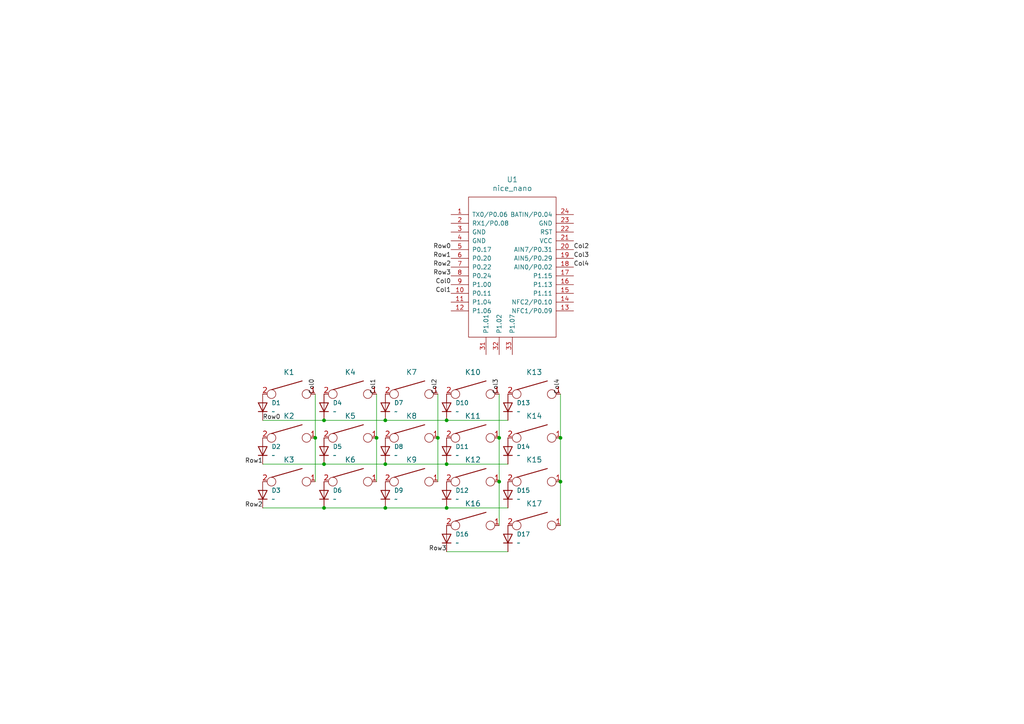
<source format=kicad_sch>
(kicad_sch
	(version 20250114)
	(generator "eeschema")
	(generator_version "9.0")
	(uuid "668da7a4-baf3-4289-83b2-c72efd52f704")
	(paper "A4")
	(lib_symbols
		(symbol "Device:D"
			(pin_numbers
				(hide yes)
			)
			(pin_names
				(offset 1.016)
				(hide yes)
			)
			(exclude_from_sim no)
			(in_bom yes)
			(on_board yes)
			(property "Reference" "D"
				(at 0 2.54 0)
				(effects
					(font
						(size 1.27 1.27)
					)
				)
			)
			(property "Value" "D"
				(at 0 -2.54 0)
				(effects
					(font
						(size 1.27 1.27)
					)
				)
			)
			(property "Footprint" ""
				(at 0 0 0)
				(effects
					(font
						(size 1.27 1.27)
					)
					(hide yes)
				)
			)
			(property "Datasheet" "~"
				(at 0 0 0)
				(effects
					(font
						(size 1.27 1.27)
					)
					(hide yes)
				)
			)
			(property "Description" "Diode"
				(at 0 0 0)
				(effects
					(font
						(size 1.27 1.27)
					)
					(hide yes)
				)
			)
			(property "Sim.Device" "D"
				(at 0 0 0)
				(effects
					(font
						(size 1.27 1.27)
					)
					(hide yes)
				)
			)
			(property "Sim.Pins" "1=K 2=A"
				(at 0 0 0)
				(effects
					(font
						(size 1.27 1.27)
					)
					(hide yes)
				)
			)
			(property "ki_keywords" "diode"
				(at 0 0 0)
				(effects
					(font
						(size 1.27 1.27)
					)
					(hide yes)
				)
			)
			(property "ki_fp_filters" "TO-???* *_Diode_* *SingleDiode* D_*"
				(at 0 0 0)
				(effects
					(font
						(size 1.27 1.27)
					)
					(hide yes)
				)
			)
			(symbol "D_0_1"
				(polyline
					(pts
						(xy -1.27 1.27) (xy -1.27 -1.27)
					)
					(stroke
						(width 0.254)
						(type default)
					)
					(fill
						(type none)
					)
				)
				(polyline
					(pts
						(xy 1.27 1.27) (xy 1.27 -1.27) (xy -1.27 0) (xy 1.27 1.27)
					)
					(stroke
						(width 0.254)
						(type default)
					)
					(fill
						(type none)
					)
				)
				(polyline
					(pts
						(xy 1.27 0) (xy -1.27 0)
					)
					(stroke
						(width 0)
						(type default)
					)
					(fill
						(type none)
					)
				)
			)
			(symbol "D_1_1"
				(pin passive line
					(at -3.81 0 0)
					(length 2.54)
					(name "K"
						(effects
							(font
								(size 1.27 1.27)
							)
						)
					)
					(number "1"
						(effects
							(font
								(size 1.27 1.27)
							)
						)
					)
				)
				(pin passive line
					(at 3.81 0 180)
					(length 2.54)
					(name "A"
						(effects
							(font
								(size 1.27 1.27)
							)
						)
					)
					(number "2"
						(effects
							(font
								(size 1.27 1.27)
							)
						)
					)
				)
			)
			(embedded_fonts no)
		)
		(symbol "keyboard_parts:KEYSW"
			(pin_names
				(offset 1.016)
			)
			(exclude_from_sim no)
			(in_bom yes)
			(on_board yes)
			(property "Reference" "K?"
				(at -1.27 0 0)
				(effects
					(font
						(size 1.524 1.524)
					)
				)
			)
			(property "Value" "KEYSW"
				(at 0 -2.54 0)
				(effects
					(font
						(size 1.524 1.524)
					)
					(hide yes)
				)
			)
			(property "Footprint" ""
				(at 0 0 0)
				(effects
					(font
						(size 1.524 1.524)
					)
				)
			)
			(property "Datasheet" ""
				(at 0 0 0)
				(effects
					(font
						(size 1.524 1.524)
					)
				)
			)
			(property "Description" ""
				(at 0 0 0)
				(effects
					(font
						(size 1.27 1.27)
					)
					(hide yes)
				)
			)
			(symbol "KEYSW_0_1"
				(polyline
					(pts
						(xy -5.08 1.27) (xy 3.81 3.81)
					)
					(stroke
						(width 0.254)
						(type solid)
					)
					(fill
						(type none)
					)
				)
				(circle
					(center -5.08 0)
					(radius 1.27)
					(stroke
						(width 0)
						(type solid)
					)
					(fill
						(type none)
					)
				)
				(circle
					(center 5.08 0)
					(radius 1.27)
					(stroke
						(width 0)
						(type solid)
					)
					(fill
						(type none)
					)
				)
			)
			(symbol "KEYSW_1_1"
				(pin passive line
					(at -7.62 0 0)
					(length 1.27)
					(name "~"
						(effects
							(font
								(size 1.524 1.524)
							)
						)
					)
					(number "2"
						(effects
							(font
								(size 1.524 1.524)
							)
						)
					)
				)
				(pin passive line
					(at 7.62 0 180)
					(length 1.27)
					(name "~"
						(effects
							(font
								(size 1.524 1.524)
							)
						)
					)
					(number "1"
						(effects
							(font
								(size 1.524 1.524)
							)
						)
					)
				)
			)
			(embedded_fonts no)
		)
		(symbol "nice_nano:nice_nano"
			(pin_names
				(offset 1.016)
			)
			(exclude_from_sim no)
			(in_bom yes)
			(on_board yes)
			(property "Reference" "U"
				(at 0 0 0)
				(effects
					(font
						(size 1.524 1.524)
					)
				)
			)
			(property "Value" "nice_nano"
				(at 0 2.54 0)
				(effects
					(font
						(size 1.524 1.524)
					)
				)
			)
			(property "Footprint" ""
				(at 26.67 -63.5 90)
				(effects
					(font
						(size 1.524 1.524)
					)
					(hide yes)
				)
			)
			(property "Datasheet" ""
				(at 26.67 -63.5 90)
				(effects
					(font
						(size 1.524 1.524)
					)
					(hide yes)
				)
			)
			(property "Description" ""
				(at 0 0 0)
				(effects
					(font
						(size 1.27 1.27)
					)
					(hide yes)
				)
			)
			(symbol "nice_nano_0_1"
				(rectangle
					(start -12.7 -21.59)
					(end 12.7 19.05)
					(stroke
						(width 0)
						(type solid)
					)
					(fill
						(type none)
					)
				)
			)
			(symbol "nice_nano_1_1"
				(pin input line
					(at -17.78 13.97 0)
					(length 5.08)
					(name "TX0/P0.06"
						(effects
							(font
								(size 1.27 1.27)
							)
						)
					)
					(number "1"
						(effects
							(font
								(size 1.27 1.27)
							)
						)
					)
				)
				(pin input line
					(at -17.78 11.43 0)
					(length 5.08)
					(name "RX1/P0.08"
						(effects
							(font
								(size 1.27 1.27)
							)
						)
					)
					(number "2"
						(effects
							(font
								(size 1.27 1.27)
							)
						)
					)
				)
				(pin input line
					(at -17.78 8.89 0)
					(length 5.08)
					(name "GND"
						(effects
							(font
								(size 1.27 1.27)
							)
						)
					)
					(number "3"
						(effects
							(font
								(size 1.27 1.27)
							)
						)
					)
				)
				(pin input line
					(at -17.78 6.35 0)
					(length 5.08)
					(name "GND"
						(effects
							(font
								(size 1.27 1.27)
							)
						)
					)
					(number "4"
						(effects
							(font
								(size 1.27 1.27)
							)
						)
					)
				)
				(pin input line
					(at -17.78 3.81 0)
					(length 5.08)
					(name "P0.17"
						(effects
							(font
								(size 1.27 1.27)
							)
						)
					)
					(number "5"
						(effects
							(font
								(size 1.27 1.27)
							)
						)
					)
				)
				(pin input line
					(at -17.78 1.27 0)
					(length 5.08)
					(name "P0.20"
						(effects
							(font
								(size 1.27 1.27)
							)
						)
					)
					(number "6"
						(effects
							(font
								(size 1.27 1.27)
							)
						)
					)
				)
				(pin input line
					(at -17.78 -1.27 0)
					(length 5.08)
					(name "P0.22"
						(effects
							(font
								(size 1.27 1.27)
							)
						)
					)
					(number "7"
						(effects
							(font
								(size 1.27 1.27)
							)
						)
					)
				)
				(pin input line
					(at -17.78 -3.81 0)
					(length 5.08)
					(name "P0.24"
						(effects
							(font
								(size 1.27 1.27)
							)
						)
					)
					(number "8"
						(effects
							(font
								(size 1.27 1.27)
							)
						)
					)
				)
				(pin input line
					(at -17.78 -6.35 0)
					(length 5.08)
					(name "P1.00"
						(effects
							(font
								(size 1.27 1.27)
							)
						)
					)
					(number "9"
						(effects
							(font
								(size 1.27 1.27)
							)
						)
					)
				)
				(pin input line
					(at -17.78 -8.89 0)
					(length 5.08)
					(name "P0.11"
						(effects
							(font
								(size 1.27 1.27)
							)
						)
					)
					(number "10"
						(effects
							(font
								(size 1.27 1.27)
							)
						)
					)
				)
				(pin input line
					(at -17.78 -11.43 0)
					(length 5.08)
					(name "P1.04"
						(effects
							(font
								(size 1.27 1.27)
							)
						)
					)
					(number "11"
						(effects
							(font
								(size 1.27 1.27)
							)
						)
					)
				)
				(pin input line
					(at -17.78 -13.97 0)
					(length 5.08)
					(name "P1.06"
						(effects
							(font
								(size 1.27 1.27)
							)
						)
					)
					(number "12"
						(effects
							(font
								(size 1.27 1.27)
							)
						)
					)
				)
				(pin input line
					(at -7.62 -26.67 90)
					(length 5.08)
					(name "P1.01"
						(effects
							(font
								(size 1.27 1.27)
							)
						)
					)
					(number "31"
						(effects
							(font
								(size 1.27 1.27)
							)
						)
					)
				)
				(pin input line
					(at -3.81 -26.67 90)
					(length 5.08)
					(name "P1.02"
						(effects
							(font
								(size 1.27 1.27)
							)
						)
					)
					(number "32"
						(effects
							(font
								(size 1.27 1.27)
							)
						)
					)
				)
				(pin input line
					(at 0 -26.67 90)
					(length 5.08)
					(name "P1.07"
						(effects
							(font
								(size 1.27 1.27)
							)
						)
					)
					(number "33"
						(effects
							(font
								(size 1.27 1.27)
							)
						)
					)
				)
				(pin input line
					(at 17.78 13.97 180)
					(length 5.08)
					(name "BATIN/P0.04"
						(effects
							(font
								(size 1.27 1.27)
							)
						)
					)
					(number "24"
						(effects
							(font
								(size 1.27 1.27)
							)
						)
					)
				)
				(pin input line
					(at 17.78 11.43 180)
					(length 5.08)
					(name "GND"
						(effects
							(font
								(size 1.27 1.27)
							)
						)
					)
					(number "23"
						(effects
							(font
								(size 1.27 1.27)
							)
						)
					)
				)
				(pin input line
					(at 17.78 8.89 180)
					(length 5.08)
					(name "RST"
						(effects
							(font
								(size 1.27 1.27)
							)
						)
					)
					(number "22"
						(effects
							(font
								(size 1.27 1.27)
							)
						)
					)
				)
				(pin input line
					(at 17.78 6.35 180)
					(length 5.08)
					(name "VCC"
						(effects
							(font
								(size 1.27 1.27)
							)
						)
					)
					(number "21"
						(effects
							(font
								(size 1.27 1.27)
							)
						)
					)
				)
				(pin input line
					(at 17.78 3.81 180)
					(length 5.08)
					(name "AIN7/P0.31"
						(effects
							(font
								(size 1.27 1.27)
							)
						)
					)
					(number "20"
						(effects
							(font
								(size 1.27 1.27)
							)
						)
					)
				)
				(pin input line
					(at 17.78 1.27 180)
					(length 5.08)
					(name "AIN5/P0.29"
						(effects
							(font
								(size 1.27 1.27)
							)
						)
					)
					(number "19"
						(effects
							(font
								(size 1.27 1.27)
							)
						)
					)
				)
				(pin input line
					(at 17.78 -1.27 180)
					(length 5.08)
					(name "AIN0/P0.02"
						(effects
							(font
								(size 1.27 1.27)
							)
						)
					)
					(number "18"
						(effects
							(font
								(size 1.27 1.27)
							)
						)
					)
				)
				(pin input line
					(at 17.78 -3.81 180)
					(length 5.08)
					(name "P1.15"
						(effects
							(font
								(size 1.27 1.27)
							)
						)
					)
					(number "17"
						(effects
							(font
								(size 1.27 1.27)
							)
						)
					)
				)
				(pin input line
					(at 17.78 -6.35 180)
					(length 5.08)
					(name "P1.13"
						(effects
							(font
								(size 1.27 1.27)
							)
						)
					)
					(number "16"
						(effects
							(font
								(size 1.27 1.27)
							)
						)
					)
				)
				(pin input line
					(at 17.78 -8.89 180)
					(length 5.08)
					(name "P1.11"
						(effects
							(font
								(size 1.27 1.27)
							)
						)
					)
					(number "15"
						(effects
							(font
								(size 1.27 1.27)
							)
						)
					)
				)
				(pin input line
					(at 17.78 -11.43 180)
					(length 5.08)
					(name "NFC2/P0.10"
						(effects
							(font
								(size 1.27 1.27)
							)
						)
					)
					(number "14"
						(effects
							(font
								(size 1.27 1.27)
							)
						)
					)
				)
				(pin input line
					(at 17.78 -13.97 180)
					(length 5.08)
					(name "NFC1/P0.09"
						(effects
							(font
								(size 1.27 1.27)
							)
						)
					)
					(number "13"
						(effects
							(font
								(size 1.27 1.27)
							)
						)
					)
				)
			)
			(embedded_fonts no)
		)
	)
	(junction
		(at 111.76 147.32)
		(diameter 0)
		(color 0 0 0 0)
		(uuid "190f9567-01c3-43ed-b21e-0402ab6b7b46")
	)
	(junction
		(at 129.54 147.32)
		(diameter 0)
		(color 0 0 0 0)
		(uuid "2450cb5d-d240-4225-8d6c-146841ff145a")
	)
	(junction
		(at 162.56 127)
		(diameter 0)
		(color 0 0 0 0)
		(uuid "29a0e160-e948-4ca8-bf68-0809019df24f")
	)
	(junction
		(at 129.54 134.62)
		(diameter 0)
		(color 0 0 0 0)
		(uuid "367fc0fd-2928-441c-95b0-57d8cc4babc2")
	)
	(junction
		(at 127 127)
		(diameter 0)
		(color 0 0 0 0)
		(uuid "3a5dbaca-ab4f-47d0-af0e-be9eb87180b3")
	)
	(junction
		(at 111.76 121.92)
		(diameter 0)
		(color 0 0 0 0)
		(uuid "4c74066b-8328-483a-98bf-7f6bd160d0c7")
	)
	(junction
		(at 93.98 121.92)
		(diameter 0)
		(color 0 0 0 0)
		(uuid "7dde74b5-ae7e-40e3-b659-663bafb113b5")
	)
	(junction
		(at 93.98 147.32)
		(diameter 0)
		(color 0 0 0 0)
		(uuid "7f5f90e8-d28e-4723-a0d5-6ea0cac28d62")
	)
	(junction
		(at 93.98 134.62)
		(diameter 0)
		(color 0 0 0 0)
		(uuid "8d95caf4-cda2-48b3-9122-53a2a7fbb96c")
	)
	(junction
		(at 129.54 121.92)
		(diameter 0)
		(color 0 0 0 0)
		(uuid "90c2ded6-5526-4917-b419-412d0cac80a8")
	)
	(junction
		(at 162.56 139.7)
		(diameter 0)
		(color 0 0 0 0)
		(uuid "9b3bab8f-5e11-4019-ab28-ec163f175e2a")
	)
	(junction
		(at 109.22 127)
		(diameter 0)
		(color 0 0 0 0)
		(uuid "ae61683b-7688-402c-9901-f2e1765030fa")
	)
	(junction
		(at 144.78 139.7)
		(diameter 0)
		(color 0 0 0 0)
		(uuid "c49cdb31-1b90-460b-9812-aded67292849")
	)
	(junction
		(at 144.78 127)
		(diameter 0)
		(color 0 0 0 0)
		(uuid "c6f2acb7-6f09-4523-a546-bfdf9d5b5a5c")
	)
	(junction
		(at 111.76 134.62)
		(diameter 0)
		(color 0 0 0 0)
		(uuid "e79e4328-3ed1-4cd9-87ac-e83c2a520aad")
	)
	(junction
		(at 91.44 127)
		(diameter 0)
		(color 0 0 0 0)
		(uuid "f4ff8d26-ce3b-4030-a8b3-f4dc83bd6e9f")
	)
	(wire
		(pts
			(xy 162.56 114.3) (xy 162.56 127)
		)
		(stroke
			(width 0)
			(type default)
		)
		(uuid "0ed00219-9a9f-47e8-939b-7cf69e423478")
	)
	(wire
		(pts
			(xy 76.2 147.32) (xy 93.98 147.32)
		)
		(stroke
			(width 0)
			(type default)
		)
		(uuid "126d8d21-1d22-4e2a-89c6-a8d616f2cba1")
	)
	(wire
		(pts
			(xy 127 114.3) (xy 127 127)
		)
		(stroke
			(width 0)
			(type default)
		)
		(uuid "1832da7a-7a38-4d2e-bf04-e1a6abfffb93")
	)
	(wire
		(pts
			(xy 91.44 114.3) (xy 91.44 127)
		)
		(stroke
			(width 0)
			(type default)
		)
		(uuid "2c3e0beb-d779-4528-bd73-f0e8b948da18")
	)
	(wire
		(pts
			(xy 162.56 139.7) (xy 162.56 152.4)
		)
		(stroke
			(width 0)
			(type default)
		)
		(uuid "3703b7f2-6781-4e33-80bd-9de9bda4f6b9")
	)
	(wire
		(pts
			(xy 93.98 121.92) (xy 111.76 121.92)
		)
		(stroke
			(width 0)
			(type default)
		)
		(uuid "4e3e4081-93be-4442-9277-532135b8b881")
	)
	(wire
		(pts
			(xy 111.76 134.62) (xy 129.54 134.62)
		)
		(stroke
			(width 0)
			(type default)
		)
		(uuid "4f3a0e7f-c481-4ee8-baff-b35b3de26a7d")
	)
	(wire
		(pts
			(xy 109.22 127) (xy 109.22 139.7)
		)
		(stroke
			(width 0)
			(type default)
		)
		(uuid "52a432e8-9d93-4355-81f7-67acef1ad652")
	)
	(wire
		(pts
			(xy 127 127) (xy 127 139.7)
		)
		(stroke
			(width 0)
			(type default)
		)
		(uuid "5d85a16b-d126-4358-bead-ccd6c21e2c7f")
	)
	(wire
		(pts
			(xy 129.54 121.92) (xy 147.32 121.92)
		)
		(stroke
			(width 0)
			(type default)
		)
		(uuid "6bd35089-7f03-473e-9627-f8f2f2ae6a4f")
	)
	(wire
		(pts
			(xy 111.76 147.32) (xy 129.54 147.32)
		)
		(stroke
			(width 0)
			(type default)
		)
		(uuid "6ea493bd-947c-4955-b015-954b5c657d84")
	)
	(wire
		(pts
			(xy 76.2 121.92) (xy 93.98 121.92)
		)
		(stroke
			(width 0)
			(type default)
		)
		(uuid "79eaae72-24f6-4513-85cc-fcb7350b2aa0")
	)
	(wire
		(pts
			(xy 109.22 114.3) (xy 109.22 127)
		)
		(stroke
			(width 0)
			(type default)
		)
		(uuid "7fa7ded3-bf7a-484a-b089-e543b43e73e9")
	)
	(wire
		(pts
			(xy 162.56 127) (xy 162.56 139.7)
		)
		(stroke
			(width 0)
			(type default)
		)
		(uuid "8f2f8744-35e4-47df-955c-9229b5c004b1")
	)
	(wire
		(pts
			(xy 129.54 160.02) (xy 147.32 160.02)
		)
		(stroke
			(width 0)
			(type default)
		)
		(uuid "93b5c760-9cc9-42dd-9f29-878a83a00293")
	)
	(wire
		(pts
			(xy 129.54 134.62) (xy 147.32 134.62)
		)
		(stroke
			(width 0)
			(type default)
		)
		(uuid "93f9d8c5-855f-48fa-910f-41cf5f5cf8e7")
	)
	(wire
		(pts
			(xy 111.76 121.92) (xy 129.54 121.92)
		)
		(stroke
			(width 0)
			(type default)
		)
		(uuid "94077b8e-791e-4bc1-b105-e765754eb2f0")
	)
	(wire
		(pts
			(xy 91.44 127) (xy 91.44 139.7)
		)
		(stroke
			(width 0)
			(type default)
		)
		(uuid "a835937e-7c55-4b90-8909-f6ebea95d8cd")
	)
	(wire
		(pts
			(xy 76.2 134.62) (xy 93.98 134.62)
		)
		(stroke
			(width 0)
			(type default)
		)
		(uuid "bc035f52-a890-4312-ba4d-a2e3107f540f")
	)
	(wire
		(pts
			(xy 144.78 139.7) (xy 144.78 152.4)
		)
		(stroke
			(width 0)
			(type default)
		)
		(uuid "c2b3b7f6-e56a-46d1-9212-db6d837ae50b")
	)
	(wire
		(pts
			(xy 144.78 127) (xy 144.78 139.7)
		)
		(stroke
			(width 0)
			(type default)
		)
		(uuid "dcb0eb06-1c34-4cf8-a84c-63e714162769")
	)
	(wire
		(pts
			(xy 129.54 147.32) (xy 147.32 147.32)
		)
		(stroke
			(width 0)
			(type default)
		)
		(uuid "e3f58264-1927-476d-8064-a781c2563669")
	)
	(wire
		(pts
			(xy 144.78 114.3) (xy 144.78 127)
		)
		(stroke
			(width 0)
			(type default)
		)
		(uuid "eb5e5653-4540-4aa3-9b32-5f97a1649665")
	)
	(wire
		(pts
			(xy 93.98 134.62) (xy 111.76 134.62)
		)
		(stroke
			(width 0)
			(type default)
		)
		(uuid "f7e6b420-d7fa-4e84-a1be-4a8ec0118c9a")
	)
	(wire
		(pts
			(xy 93.98 147.32) (xy 111.76 147.32)
		)
		(stroke
			(width 0)
			(type default)
		)
		(uuid "fd358858-0a1b-45b3-a129-f3c42a2bd2b5")
	)
	(label "Row2"
		(at 130.81 77.47 180)
		(effects
			(font
				(size 1.27 1.27)
			)
			(justify right bottom)
		)
		(uuid "0cd3814e-d512-4651-9e96-ea365c34ad91")
	)
	(label "Row0"
		(at 76.2 121.92 0)
		(effects
			(font
				(size 1.27 1.27)
			)
			(justify left bottom)
		)
		(uuid "1f552add-4fd4-4954-881d-d8f1d0fa2a42")
	)
	(label "Col4"
		(at 166.37 77.47 0)
		(effects
			(font
				(size 1.27 1.27)
			)
			(justify left bottom)
		)
		(uuid "23ec4037-d1dd-4f74-8bea-ade8e93e906c")
	)
	(label "Col1"
		(at 109.22 114.3 90)
		(effects
			(font
				(size 1.27 1.27)
			)
			(justify left bottom)
		)
		(uuid "3372485c-41a0-4bd7-b521-4e7756ce8997")
	)
	(label "Col2"
		(at 166.37 72.39 0)
		(effects
			(font
				(size 1.27 1.27)
			)
			(justify left bottom)
		)
		(uuid "56f7c4a6-85a3-4d38-9b0b-a6e9deb2f23d")
	)
	(label "Row1"
		(at 130.81 74.93 180)
		(effects
			(font
				(size 1.27 1.27)
			)
			(justify right bottom)
		)
		(uuid "5c1911de-7a6a-4279-ae1c-bc9fc932cedc")
	)
	(label "Row3"
		(at 130.81 80.01 180)
		(effects
			(font
				(size 1.27 1.27)
			)
			(justify right bottom)
		)
		(uuid "6cdb34be-8762-48bb-822a-aae7f1ad40ff")
	)
	(label "Col0"
		(at 130.81 82.55 180)
		(effects
			(font
				(size 1.27 1.27)
			)
			(justify right bottom)
		)
		(uuid "6ef88f32-8d16-4f8c-bba9-2857d926c672")
	)
	(label "Col3"
		(at 166.37 74.93 0)
		(effects
			(font
				(size 1.27 1.27)
			)
			(justify left bottom)
		)
		(uuid "7263cb66-a2cc-4e05-9da3-b143d7564d8e")
	)
	(label "Row0"
		(at 130.81 72.39 180)
		(effects
			(font
				(size 1.27 1.27)
			)
			(justify right bottom)
		)
		(uuid "738c1cdd-7727-448b-bf3b-09c16eacc3dc")
	)
	(label "Col2"
		(at 127 114.3 90)
		(effects
			(font
				(size 1.27 1.27)
			)
			(justify left bottom)
		)
		(uuid "83f4e70d-b447-4b19-877a-ffd843a54d65")
	)
	(label "Row3"
		(at 129.54 160.02 180)
		(effects
			(font
				(size 1.27 1.27)
			)
			(justify right bottom)
		)
		(uuid "8d26edb0-b1bb-4cfb-84f9-e7eacb9203ed")
	)
	(label "Col4"
		(at 162.56 114.3 90)
		(effects
			(font
				(size 1.27 1.27)
			)
			(justify left bottom)
		)
		(uuid "8e84df7f-bc23-4193-b5e9-20f9d62fe9d6")
	)
	(label "Row2"
		(at 76.2 147.32 180)
		(effects
			(font
				(size 1.27 1.27)
			)
			(justify right bottom)
		)
		(uuid "b3bc22a5-d946-4b1f-9f7a-07288ceca0ac")
	)
	(label "Col3"
		(at 144.78 114.3 90)
		(effects
			(font
				(size 1.27 1.27)
			)
			(justify left bottom)
		)
		(uuid "c985bca3-37fd-43f3-80ae-3f187d3a288c")
	)
	(label "Col1"
		(at 130.81 85.09 180)
		(effects
			(font
				(size 1.27 1.27)
			)
			(justify right bottom)
		)
		(uuid "de5d2940-834d-40ef-bca1-9b133af09d2e")
	)
	(label "Row1"
		(at 76.2 134.62 180)
		(effects
			(font
				(size 1.27 1.27)
			)
			(justify right bottom)
		)
		(uuid "e1bcffcf-f53e-49a5-9647-bee3b3578f1d")
	)
	(label "Col0"
		(at 91.44 114.3 90)
		(effects
			(font
				(size 1.27 1.27)
			)
			(justify left bottom)
		)
		(uuid "f0b85795-db4f-47c9-ad52-2ecbccd1fac1")
	)
	(symbol
		(lib_id "keyboard_parts:KEYSW")
		(at 83.82 114.3 0)
		(unit 1)
		(exclude_from_sim no)
		(in_bom yes)
		(on_board yes)
		(dnp no)
		(fields_autoplaced yes)
		(uuid "0af46f39-72f2-4464-954f-ff6e1ef56936")
		(property "Reference" "K1"
			(at 83.82 107.95 0)
			(effects
				(font
					(size 1.524 1.524)
				)
			)
		)
		(property "Value" "KEYSW"
			(at 83.82 116.84 0)
			(effects
				(font
					(size 1.524 1.524)
				)
				(hide yes)
			)
		)
		(property "Footprint" "Choc switches:SW_PG1350_reversible"
			(at 83.82 114.3 0)
			(effects
				(font
					(size 1.524 1.524)
				)
				(hide yes)
			)
		)
		(property "Datasheet" ""
			(at 83.82 114.3 0)
			(effects
				(font
					(size 1.524 1.524)
				)
			)
		)
		(property "Description" ""
			(at 83.82 114.3 0)
			(effects
				(font
					(size 1.27 1.27)
				)
				(hide yes)
			)
		)
		(pin "2"
			(uuid "e431b0be-7e5f-4f64-ba76-4631523fc4ee")
		)
		(pin "1"
			(uuid "bd31f64c-f095-41b1-899b-e049e8ccd6b6")
		)
		(instances
			(project ""
				(path "/668da7a4-baf3-4289-83b2-c72efd52f704"
					(reference "K1")
					(unit 1)
				)
			)
		)
	)
	(symbol
		(lib_id "Device:D")
		(at 129.54 143.51 90)
		(unit 1)
		(exclude_from_sim no)
		(in_bom yes)
		(on_board yes)
		(dnp no)
		(fields_autoplaced yes)
		(uuid "0c399f81-dc46-490b-908a-0ddb35e99768")
		(property "Reference" "D12"
			(at 132.08 142.2399 90)
			(effects
				(font
					(size 1.27 1.27)
				)
				(justify right)
			)
		)
		(property "Value" "~"
			(at 132.08 144.7799 90)
			(effects
				(font
					(size 1.27 1.27)
				)
				(justify right)
			)
		)
		(property "Footprint" "keyboard_parts.pretty-master:D_SOD123_axial"
			(at 129.54 143.51 0)
			(effects
				(font
					(size 1.27 1.27)
				)
				(hide yes)
			)
		)
		(property "Datasheet" "~"
			(at 129.54 143.51 0)
			(effects
				(font
					(size 1.27 1.27)
				)
				(hide yes)
			)
		)
		(property "Description" "Diode"
			(at 129.54 143.51 0)
			(effects
				(font
					(size 1.27 1.27)
				)
				(hide yes)
			)
		)
		(property "Sim.Device" "D"
			(at 129.54 143.51 0)
			(effects
				(font
					(size 1.27 1.27)
				)
				(hide yes)
			)
		)
		(property "Sim.Pins" "1=K 2=A"
			(at 129.54 143.51 0)
			(effects
				(font
					(size 1.27 1.27)
				)
				(hide yes)
			)
		)
		(pin "2"
			(uuid "10c40597-7954-4aa7-aece-7697191171e5")
		)
		(pin "1"
			(uuid "a3a8bf5f-e605-4a8b-803c-226914e3241e")
		)
		(instances
			(project "ErgoDecks"
				(path "/668da7a4-baf3-4289-83b2-c72efd52f704"
					(reference "D12")
					(unit 1)
				)
			)
		)
	)
	(symbol
		(lib_id "Device:D")
		(at 147.32 156.21 90)
		(unit 1)
		(exclude_from_sim no)
		(in_bom yes)
		(on_board yes)
		(dnp no)
		(fields_autoplaced yes)
		(uuid "1ad8059d-54ed-42dc-9e15-a172188cf989")
		(property "Reference" "D17"
			(at 149.86 154.9399 90)
			(effects
				(font
					(size 1.27 1.27)
				)
				(justify right)
			)
		)
		(property "Value" "~"
			(at 149.86 157.4799 90)
			(effects
				(font
					(size 1.27 1.27)
				)
				(justify right)
			)
		)
		(property "Footprint" "keyboard_parts.pretty-master:D_SOD123_axial"
			(at 147.32 156.21 0)
			(effects
				(font
					(size 1.27 1.27)
				)
				(hide yes)
			)
		)
		(property "Datasheet" "~"
			(at 147.32 156.21 0)
			(effects
				(font
					(size 1.27 1.27)
				)
				(hide yes)
			)
		)
		(property "Description" "Diode"
			(at 147.32 156.21 0)
			(effects
				(font
					(size 1.27 1.27)
				)
				(hide yes)
			)
		)
		(property "Sim.Device" "D"
			(at 147.32 156.21 0)
			(effects
				(font
					(size 1.27 1.27)
				)
				(hide yes)
			)
		)
		(property "Sim.Pins" "1=K 2=A"
			(at 147.32 156.21 0)
			(effects
				(font
					(size 1.27 1.27)
				)
				(hide yes)
			)
		)
		(pin "2"
			(uuid "aed93d03-bed8-43d1-a5f0-a7398bb1c047")
		)
		(pin "1"
			(uuid "f2d9bc07-ce06-4c8e-8c81-8adee25f302e")
		)
		(instances
			(project "ErgoDecks"
				(path "/668da7a4-baf3-4289-83b2-c72efd52f704"
					(reference "D17")
					(unit 1)
				)
			)
		)
	)
	(symbol
		(lib_id "Device:D")
		(at 147.32 143.51 90)
		(unit 1)
		(exclude_from_sim no)
		(in_bom yes)
		(on_board yes)
		(dnp no)
		(fields_autoplaced yes)
		(uuid "1bebef61-4268-45c4-a1bf-80997f48a129")
		(property "Reference" "D15"
			(at 149.86 142.2399 90)
			(effects
				(font
					(size 1.27 1.27)
				)
				(justify right)
			)
		)
		(property "Value" "~"
			(at 149.86 144.7799 90)
			(effects
				(font
					(size 1.27 1.27)
				)
				(justify right)
			)
		)
		(property "Footprint" "keyboard_parts.pretty-master:D_SOD123_axial"
			(at 147.32 143.51 0)
			(effects
				(font
					(size 1.27 1.27)
				)
				(hide yes)
			)
		)
		(property "Datasheet" "~"
			(at 147.32 143.51 0)
			(effects
				(font
					(size 1.27 1.27)
				)
				(hide yes)
			)
		)
		(property "Description" "Diode"
			(at 147.32 143.51 0)
			(effects
				(font
					(size 1.27 1.27)
				)
				(hide yes)
			)
		)
		(property "Sim.Device" "D"
			(at 147.32 143.51 0)
			(effects
				(font
					(size 1.27 1.27)
				)
				(hide yes)
			)
		)
		(property "Sim.Pins" "1=K 2=A"
			(at 147.32 143.51 0)
			(effects
				(font
					(size 1.27 1.27)
				)
				(hide yes)
			)
		)
		(pin "2"
			(uuid "dabd25be-d029-456c-9939-f38c5e6cedcb")
		)
		(pin "1"
			(uuid "d2bdcec8-34ae-4d0c-8643-03e5af0bbbf9")
		)
		(instances
			(project "ErgoDecks"
				(path "/668da7a4-baf3-4289-83b2-c72efd52f704"
					(reference "D15")
					(unit 1)
				)
			)
		)
	)
	(symbol
		(lib_id "keyboard_parts:KEYSW")
		(at 101.6 127 0)
		(unit 1)
		(exclude_from_sim no)
		(in_bom yes)
		(on_board yes)
		(dnp no)
		(fields_autoplaced yes)
		(uuid "207a3e4f-3bbb-402d-a4ee-4a3389371020")
		(property "Reference" "K5"
			(at 101.6 120.65 0)
			(effects
				(font
					(size 1.524 1.524)
				)
			)
		)
		(property "Value" "KEYSW"
			(at 101.6 129.54 0)
			(effects
				(font
					(size 1.524 1.524)
				)
				(hide yes)
			)
		)
		(property "Footprint" "Choc switches:SW_PG1350_reversible"
			(at 101.6 127 0)
			(effects
				(font
					(size 1.524 1.524)
				)
				(hide yes)
			)
		)
		(property "Datasheet" ""
			(at 101.6 127 0)
			(effects
				(font
					(size 1.524 1.524)
				)
			)
		)
		(property "Description" ""
			(at 101.6 127 0)
			(effects
				(font
					(size 1.27 1.27)
				)
				(hide yes)
			)
		)
		(pin "2"
			(uuid "a5300348-08b2-4816-b18c-5b7933a68673")
		)
		(pin "1"
			(uuid "1ae738ff-a45c-45c3-aa82-05ce40e004e2")
		)
		(instances
			(project "ErgoDecks"
				(path "/668da7a4-baf3-4289-83b2-c72efd52f704"
					(reference "K5")
					(unit 1)
				)
			)
		)
	)
	(symbol
		(lib_id "Device:D")
		(at 93.98 143.51 90)
		(unit 1)
		(exclude_from_sim no)
		(in_bom yes)
		(on_board yes)
		(dnp no)
		(fields_autoplaced yes)
		(uuid "2f508cf9-2e77-4fcc-8221-a7780a441e56")
		(property "Reference" "D6"
			(at 96.52 142.2399 90)
			(effects
				(font
					(size 1.27 1.27)
				)
				(justify right)
			)
		)
		(property "Value" "~"
			(at 96.52 144.7799 90)
			(effects
				(font
					(size 1.27 1.27)
				)
				(justify right)
			)
		)
		(property "Footprint" "keyboard_parts.pretty-master:D_SOD123_axial"
			(at 93.98 143.51 0)
			(effects
				(font
					(size 1.27 1.27)
				)
				(hide yes)
			)
		)
		(property "Datasheet" "~"
			(at 93.98 143.51 0)
			(effects
				(font
					(size 1.27 1.27)
				)
				(hide yes)
			)
		)
		(property "Description" "Diode"
			(at 93.98 143.51 0)
			(effects
				(font
					(size 1.27 1.27)
				)
				(hide yes)
			)
		)
		(property "Sim.Device" "D"
			(at 93.98 143.51 0)
			(effects
				(font
					(size 1.27 1.27)
				)
				(hide yes)
			)
		)
		(property "Sim.Pins" "1=K 2=A"
			(at 93.98 143.51 0)
			(effects
				(font
					(size 1.27 1.27)
				)
				(hide yes)
			)
		)
		(pin "2"
			(uuid "1cfb27b2-d3ea-4cc7-bf1e-d2ca5be0d047")
		)
		(pin "1"
			(uuid "f0c1d071-ee19-418e-9a23-683d6e6bf435")
		)
		(instances
			(project "ErgoDecks"
				(path "/668da7a4-baf3-4289-83b2-c72efd52f704"
					(reference "D6")
					(unit 1)
				)
			)
		)
	)
	(symbol
		(lib_id "keyboard_parts:KEYSW")
		(at 101.6 114.3 0)
		(unit 1)
		(exclude_from_sim no)
		(in_bom yes)
		(on_board yes)
		(dnp no)
		(fields_autoplaced yes)
		(uuid "30203c51-cfb6-4e47-bf31-52a0f040b841")
		(property "Reference" "K4"
			(at 101.6 107.95 0)
			(effects
				(font
					(size 1.524 1.524)
				)
			)
		)
		(property "Value" "KEYSW"
			(at 101.6 116.84 0)
			(effects
				(font
					(size 1.524 1.524)
				)
				(hide yes)
			)
		)
		(property "Footprint" "Choc switches:SW_PG1350_reversible"
			(at 101.6 114.3 0)
			(effects
				(font
					(size 1.524 1.524)
				)
				(hide yes)
			)
		)
		(property "Datasheet" ""
			(at 101.6 114.3 0)
			(effects
				(font
					(size 1.524 1.524)
				)
			)
		)
		(property "Description" ""
			(at 101.6 114.3 0)
			(effects
				(font
					(size 1.27 1.27)
				)
				(hide yes)
			)
		)
		(pin "2"
			(uuid "a16bcd09-8149-4a4f-a01f-0a91c3a818d6")
		)
		(pin "1"
			(uuid "a3d52348-7448-437f-933e-8d7ae064476a")
		)
		(instances
			(project "ErgoDecks"
				(path "/668da7a4-baf3-4289-83b2-c72efd52f704"
					(reference "K4")
					(unit 1)
				)
			)
		)
	)
	(symbol
		(lib_id "keyboard_parts:KEYSW")
		(at 119.38 139.7 0)
		(unit 1)
		(exclude_from_sim no)
		(in_bom yes)
		(on_board yes)
		(dnp no)
		(fields_autoplaced yes)
		(uuid "305418dd-97bf-4770-818c-717b78ded601")
		(property "Reference" "K9"
			(at 119.38 133.35 0)
			(effects
				(font
					(size 1.524 1.524)
				)
			)
		)
		(property "Value" "KEYSW"
			(at 119.38 142.24 0)
			(effects
				(font
					(size 1.524 1.524)
				)
				(hide yes)
			)
		)
		(property "Footprint" "Choc switches:SW_PG1350_reversible"
			(at 119.38 139.7 0)
			(effects
				(font
					(size 1.524 1.524)
				)
				(hide yes)
			)
		)
		(property "Datasheet" ""
			(at 119.38 139.7 0)
			(effects
				(font
					(size 1.524 1.524)
				)
			)
		)
		(property "Description" ""
			(at 119.38 139.7 0)
			(effects
				(font
					(size 1.27 1.27)
				)
				(hide yes)
			)
		)
		(pin "2"
			(uuid "9bd80d2a-5719-4898-b0e5-52192af4439e")
		)
		(pin "1"
			(uuid "50c7e947-397b-4af6-9d93-bfc0382a4e71")
		)
		(instances
			(project "ErgoDecks"
				(path "/668da7a4-baf3-4289-83b2-c72efd52f704"
					(reference "K9")
					(unit 1)
				)
			)
		)
	)
	(symbol
		(lib_id "Device:D")
		(at 147.32 130.81 90)
		(unit 1)
		(exclude_from_sim no)
		(in_bom yes)
		(on_board yes)
		(dnp no)
		(fields_autoplaced yes)
		(uuid "3768045c-2243-41c4-afb7-44a315aa0d15")
		(property "Reference" "D14"
			(at 149.86 129.5399 90)
			(effects
				(font
					(size 1.27 1.27)
				)
				(justify right)
			)
		)
		(property "Value" "~"
			(at 149.86 132.0799 90)
			(effects
				(font
					(size 1.27 1.27)
				)
				(justify right)
			)
		)
		(property "Footprint" "keyboard_parts.pretty-master:D_SOD123_axial"
			(at 147.32 130.81 0)
			(effects
				(font
					(size 1.27 1.27)
				)
				(hide yes)
			)
		)
		(property "Datasheet" "~"
			(at 147.32 130.81 0)
			(effects
				(font
					(size 1.27 1.27)
				)
				(hide yes)
			)
		)
		(property "Description" "Diode"
			(at 147.32 130.81 0)
			(effects
				(font
					(size 1.27 1.27)
				)
				(hide yes)
			)
		)
		(property "Sim.Device" "D"
			(at 147.32 130.81 0)
			(effects
				(font
					(size 1.27 1.27)
				)
				(hide yes)
			)
		)
		(property "Sim.Pins" "1=K 2=A"
			(at 147.32 130.81 0)
			(effects
				(font
					(size 1.27 1.27)
				)
				(hide yes)
			)
		)
		(pin "2"
			(uuid "3911fb5d-818f-4ecc-82fd-1e3549ada8e9")
		)
		(pin "1"
			(uuid "81d42911-d1e2-462a-ae48-135a530d7fe2")
		)
		(instances
			(project "ErgoDecks"
				(path "/668da7a4-baf3-4289-83b2-c72efd52f704"
					(reference "D14")
					(unit 1)
				)
			)
		)
	)
	(symbol
		(lib_id "keyboard_parts:KEYSW")
		(at 154.94 139.7 0)
		(unit 1)
		(exclude_from_sim no)
		(in_bom yes)
		(on_board yes)
		(dnp no)
		(fields_autoplaced yes)
		(uuid "3c5c7c57-c796-4f53-8053-5c1bf65def4b")
		(property "Reference" "K15"
			(at 154.94 133.35 0)
			(effects
				(font
					(size 1.524 1.524)
				)
			)
		)
		(property "Value" "KEYSW"
			(at 154.94 142.24 0)
			(effects
				(font
					(size 1.524 1.524)
				)
				(hide yes)
			)
		)
		(property "Footprint" "Choc switches:SW_PG1350_reversible"
			(at 154.94 139.7 0)
			(effects
				(font
					(size 1.524 1.524)
				)
				(hide yes)
			)
		)
		(property "Datasheet" ""
			(at 154.94 139.7 0)
			(effects
				(font
					(size 1.524 1.524)
				)
			)
		)
		(property "Description" ""
			(at 154.94 139.7 0)
			(effects
				(font
					(size 1.27 1.27)
				)
				(hide yes)
			)
		)
		(pin "2"
			(uuid "86543d49-d0eb-4b6a-a5a5-51454536a5f0")
		)
		(pin "1"
			(uuid "f4291f22-ec09-4a98-bc57-f66fc11d0738")
		)
		(instances
			(project "ErgoDecks"
				(path "/668da7a4-baf3-4289-83b2-c72efd52f704"
					(reference "K15")
					(unit 1)
				)
			)
		)
	)
	(symbol
		(lib_id "Device:D")
		(at 93.98 118.11 90)
		(unit 1)
		(exclude_from_sim no)
		(in_bom yes)
		(on_board yes)
		(dnp no)
		(fields_autoplaced yes)
		(uuid "406d5ede-587e-4758-b746-bb6db0ecaf3e")
		(property "Reference" "D4"
			(at 96.52 116.8399 90)
			(effects
				(font
					(size 1.27 1.27)
				)
				(justify right)
			)
		)
		(property "Value" "~"
			(at 96.52 119.3799 90)
			(effects
				(font
					(size 1.27 1.27)
				)
				(justify right)
			)
		)
		(property "Footprint" "keyboard_parts.pretty-master:D_SOD123_axial"
			(at 93.98 118.11 0)
			(effects
				(font
					(size 1.27 1.27)
				)
				(hide yes)
			)
		)
		(property "Datasheet" "~"
			(at 93.98 118.11 0)
			(effects
				(font
					(size 1.27 1.27)
				)
				(hide yes)
			)
		)
		(property "Description" "Diode"
			(at 93.98 118.11 0)
			(effects
				(font
					(size 1.27 1.27)
				)
				(hide yes)
			)
		)
		(property "Sim.Device" "D"
			(at 93.98 118.11 0)
			(effects
				(font
					(size 1.27 1.27)
				)
				(hide yes)
			)
		)
		(property "Sim.Pins" "1=K 2=A"
			(at 93.98 118.11 0)
			(effects
				(font
					(size 1.27 1.27)
				)
				(hide yes)
			)
		)
		(pin "2"
			(uuid "05f58313-9b91-498f-9410-7c1996f4cb0f")
		)
		(pin "1"
			(uuid "36b3ad43-c394-485f-bebf-595f277b9faf")
		)
		(instances
			(project "ErgoDecks"
				(path "/668da7a4-baf3-4289-83b2-c72efd52f704"
					(reference "D4")
					(unit 1)
				)
			)
		)
	)
	(symbol
		(lib_id "keyboard_parts:KEYSW")
		(at 83.82 127 0)
		(unit 1)
		(exclude_from_sim no)
		(in_bom yes)
		(on_board yes)
		(dnp no)
		(fields_autoplaced yes)
		(uuid "420943bb-5b88-4266-8dde-ecaaae06f850")
		(property "Reference" "K2"
			(at 83.82 120.65 0)
			(effects
				(font
					(size 1.524 1.524)
				)
			)
		)
		(property "Value" "KEYSW"
			(at 83.82 129.54 0)
			(effects
				(font
					(size 1.524 1.524)
				)
				(hide yes)
			)
		)
		(property "Footprint" "Choc switches:SW_PG1350_reversible"
			(at 83.82 127 0)
			(effects
				(font
					(size 1.524 1.524)
				)
				(hide yes)
			)
		)
		(property "Datasheet" ""
			(at 83.82 127 0)
			(effects
				(font
					(size 1.524 1.524)
				)
			)
		)
		(property "Description" ""
			(at 83.82 127 0)
			(effects
				(font
					(size 1.27 1.27)
				)
				(hide yes)
			)
		)
		(pin "2"
			(uuid "4dd0c720-cb14-4092-bee1-651bf3962356")
		)
		(pin "1"
			(uuid "83c4d164-c357-4c10-b67a-53d2fc607fc4")
		)
		(instances
			(project "ErgoDecks"
				(path "/668da7a4-baf3-4289-83b2-c72efd52f704"
					(reference "K2")
					(unit 1)
				)
			)
		)
	)
	(symbol
		(lib_id "keyboard_parts:KEYSW")
		(at 137.16 127 0)
		(unit 1)
		(exclude_from_sim no)
		(in_bom yes)
		(on_board yes)
		(dnp no)
		(fields_autoplaced yes)
		(uuid "42fd829f-0944-4e88-84cd-28fb45e76717")
		(property "Reference" "K11"
			(at 137.16 120.65 0)
			(effects
				(font
					(size 1.524 1.524)
				)
			)
		)
		(property "Value" "KEYSW"
			(at 137.16 129.54 0)
			(effects
				(font
					(size 1.524 1.524)
				)
				(hide yes)
			)
		)
		(property "Footprint" "Choc switches:SW_PG1350_reversible"
			(at 137.16 127 0)
			(effects
				(font
					(size 1.524 1.524)
				)
				(hide yes)
			)
		)
		(property "Datasheet" ""
			(at 137.16 127 0)
			(effects
				(font
					(size 1.524 1.524)
				)
			)
		)
		(property "Description" ""
			(at 137.16 127 0)
			(effects
				(font
					(size 1.27 1.27)
				)
				(hide yes)
			)
		)
		(pin "2"
			(uuid "45a384d9-dce6-4fcf-a1f0-2698688c03b6")
		)
		(pin "1"
			(uuid "a9d8c7cb-2db4-4c01-a4d2-d960c6c6eaa2")
		)
		(instances
			(project "ErgoDecks"
				(path "/668da7a4-baf3-4289-83b2-c72efd52f704"
					(reference "K11")
					(unit 1)
				)
			)
		)
	)
	(symbol
		(lib_id "Device:D")
		(at 129.54 156.21 90)
		(unit 1)
		(exclude_from_sim no)
		(in_bom yes)
		(on_board yes)
		(dnp no)
		(fields_autoplaced yes)
		(uuid "4a50f1f7-19c9-4645-805f-6c27e16ab784")
		(property "Reference" "D16"
			(at 132.08 154.9399 90)
			(effects
				(font
					(size 1.27 1.27)
				)
				(justify right)
			)
		)
		(property "Value" "~"
			(at 132.08 157.4799 90)
			(effects
				(font
					(size 1.27 1.27)
				)
				(justify right)
			)
		)
		(property "Footprint" "keyboard_parts.pretty-master:D_SOD123_axial"
			(at 129.54 156.21 0)
			(effects
				(font
					(size 1.27 1.27)
				)
				(hide yes)
			)
		)
		(property "Datasheet" "~"
			(at 129.54 156.21 0)
			(effects
				(font
					(size 1.27 1.27)
				)
				(hide yes)
			)
		)
		(property "Description" "Diode"
			(at 129.54 156.21 0)
			(effects
				(font
					(size 1.27 1.27)
				)
				(hide yes)
			)
		)
		(property "Sim.Device" "D"
			(at 129.54 156.21 0)
			(effects
				(font
					(size 1.27 1.27)
				)
				(hide yes)
			)
		)
		(property "Sim.Pins" "1=K 2=A"
			(at 129.54 156.21 0)
			(effects
				(font
					(size 1.27 1.27)
				)
				(hide yes)
			)
		)
		(pin "2"
			(uuid "71f7b5ee-4feb-423b-9c31-18f659adc1dc")
		)
		(pin "1"
			(uuid "c5922291-84b1-47e9-b104-672ebc0c3e39")
		)
		(instances
			(project "ErgoDecks"
				(path "/668da7a4-baf3-4289-83b2-c72efd52f704"
					(reference "D16")
					(unit 1)
				)
			)
		)
	)
	(symbol
		(lib_id "keyboard_parts:KEYSW")
		(at 101.6 139.7 0)
		(unit 1)
		(exclude_from_sim no)
		(in_bom yes)
		(on_board yes)
		(dnp no)
		(fields_autoplaced yes)
		(uuid "4ae88293-cf8c-4c49-bdc3-d9ca9ac4bf6c")
		(property "Reference" "K6"
			(at 101.6 133.35 0)
			(effects
				(font
					(size 1.524 1.524)
				)
			)
		)
		(property "Value" "KEYSW"
			(at 101.6 142.24 0)
			(effects
				(font
					(size 1.524 1.524)
				)
				(hide yes)
			)
		)
		(property "Footprint" "Choc switches:SW_PG1350_reversible"
			(at 101.6 139.7 0)
			(effects
				(font
					(size 1.524 1.524)
				)
				(hide yes)
			)
		)
		(property "Datasheet" ""
			(at 101.6 139.7 0)
			(effects
				(font
					(size 1.524 1.524)
				)
			)
		)
		(property "Description" ""
			(at 101.6 139.7 0)
			(effects
				(font
					(size 1.27 1.27)
				)
				(hide yes)
			)
		)
		(pin "2"
			(uuid "46a40be8-ed48-49ca-b1c3-2edb1da6c27e")
		)
		(pin "1"
			(uuid "9301b73c-e9f7-424a-92ab-10841057809d")
		)
		(instances
			(project "ErgoDecks"
				(path "/668da7a4-baf3-4289-83b2-c72efd52f704"
					(reference "K6")
					(unit 1)
				)
			)
		)
	)
	(symbol
		(lib_id "Device:D")
		(at 111.76 118.11 90)
		(unit 1)
		(exclude_from_sim no)
		(in_bom yes)
		(on_board yes)
		(dnp no)
		(fields_autoplaced yes)
		(uuid "53bf072c-9996-4622-8695-7173db759634")
		(property "Reference" "D7"
			(at 114.3 116.8399 90)
			(effects
				(font
					(size 1.27 1.27)
				)
				(justify right)
			)
		)
		(property "Value" "~"
			(at 114.3 119.3799 90)
			(effects
				(font
					(size 1.27 1.27)
				)
				(justify right)
			)
		)
		(property "Footprint" "keyboard_parts.pretty-master:D_SOD123_axial"
			(at 111.76 118.11 0)
			(effects
				(font
					(size 1.27 1.27)
				)
				(hide yes)
			)
		)
		(property "Datasheet" "~"
			(at 111.76 118.11 0)
			(effects
				(font
					(size 1.27 1.27)
				)
				(hide yes)
			)
		)
		(property "Description" "Diode"
			(at 111.76 118.11 0)
			(effects
				(font
					(size 1.27 1.27)
				)
				(hide yes)
			)
		)
		(property "Sim.Device" "D"
			(at 111.76 118.11 0)
			(effects
				(font
					(size 1.27 1.27)
				)
				(hide yes)
			)
		)
		(property "Sim.Pins" "1=K 2=A"
			(at 111.76 118.11 0)
			(effects
				(font
					(size 1.27 1.27)
				)
				(hide yes)
			)
		)
		(pin "2"
			(uuid "7e49aa30-404a-44d8-87eb-5f3adda5c9e1")
		)
		(pin "1"
			(uuid "a3839887-2a7d-4ef5-b348-14594b405525")
		)
		(instances
			(project "ErgoDecks"
				(path "/668da7a4-baf3-4289-83b2-c72efd52f704"
					(reference "D7")
					(unit 1)
				)
			)
		)
	)
	(symbol
		(lib_id "Device:D")
		(at 76.2 130.81 90)
		(unit 1)
		(exclude_from_sim no)
		(in_bom yes)
		(on_board yes)
		(dnp no)
		(fields_autoplaced yes)
		(uuid "7708fdfa-8a22-4d75-9867-1bb291ef194d")
		(property "Reference" "D2"
			(at 78.74 129.5399 90)
			(effects
				(font
					(size 1.27 1.27)
				)
				(justify right)
			)
		)
		(property "Value" "~"
			(at 78.74 132.0799 90)
			(effects
				(font
					(size 1.27 1.27)
				)
				(justify right)
			)
		)
		(property "Footprint" "keyboard_parts.pretty-master:D_SOD123_axial"
			(at 76.2 130.81 0)
			(effects
				(font
					(size 1.27 1.27)
				)
				(hide yes)
			)
		)
		(property "Datasheet" "~"
			(at 76.2 130.81 0)
			(effects
				(font
					(size 1.27 1.27)
				)
				(hide yes)
			)
		)
		(property "Description" "Diode"
			(at 76.2 130.81 0)
			(effects
				(font
					(size 1.27 1.27)
				)
				(hide yes)
			)
		)
		(property "Sim.Device" "D"
			(at 76.2 130.81 0)
			(effects
				(font
					(size 1.27 1.27)
				)
				(hide yes)
			)
		)
		(property "Sim.Pins" "1=K 2=A"
			(at 76.2 130.81 0)
			(effects
				(font
					(size 1.27 1.27)
				)
				(hide yes)
			)
		)
		(pin "2"
			(uuid "238cc2c0-db47-49ac-98b2-027d3229c842")
		)
		(pin "1"
			(uuid "645009ea-91dc-4c26-9241-47a77858cd85")
		)
		(instances
			(project "ErgoDecks"
				(path "/668da7a4-baf3-4289-83b2-c72efd52f704"
					(reference "D2")
					(unit 1)
				)
			)
		)
	)
	(symbol
		(lib_id "keyboard_parts:KEYSW")
		(at 154.94 114.3 0)
		(unit 1)
		(exclude_from_sim no)
		(in_bom yes)
		(on_board yes)
		(dnp no)
		(fields_autoplaced yes)
		(uuid "7f03e8b9-f9d7-4431-a816-b0f21561e3c5")
		(property "Reference" "K13"
			(at 154.94 107.95 0)
			(effects
				(font
					(size 1.524 1.524)
				)
			)
		)
		(property "Value" "KEYSW"
			(at 154.94 116.84 0)
			(effects
				(font
					(size 1.524 1.524)
				)
				(hide yes)
			)
		)
		(property "Footprint" "Choc switches:SW_PG1350_reversible"
			(at 154.94 114.3 0)
			(effects
				(font
					(size 1.524 1.524)
				)
				(hide yes)
			)
		)
		(property "Datasheet" ""
			(at 154.94 114.3 0)
			(effects
				(font
					(size 1.524 1.524)
				)
			)
		)
		(property "Description" ""
			(at 154.94 114.3 0)
			(effects
				(font
					(size 1.27 1.27)
				)
				(hide yes)
			)
		)
		(pin "2"
			(uuid "ba43dd6c-f19c-40ec-af51-5235107549c8")
		)
		(pin "1"
			(uuid "d377de6b-3ec3-4f21-b7a7-7ff21ab137aa")
		)
		(instances
			(project "ErgoDecks"
				(path "/668da7a4-baf3-4289-83b2-c72efd52f704"
					(reference "K13")
					(unit 1)
				)
			)
		)
	)
	(symbol
		(lib_id "keyboard_parts:KEYSW")
		(at 119.38 114.3 0)
		(unit 1)
		(exclude_from_sim no)
		(in_bom yes)
		(on_board yes)
		(dnp no)
		(fields_autoplaced yes)
		(uuid "806b9299-1ea6-44fa-abd7-8e5c734fdbe4")
		(property "Reference" "K7"
			(at 119.38 107.95 0)
			(effects
				(font
					(size 1.524 1.524)
				)
			)
		)
		(property "Value" "KEYSW"
			(at 119.38 116.84 0)
			(effects
				(font
					(size 1.524 1.524)
				)
				(hide yes)
			)
		)
		(property "Footprint" "Choc switches:SW_PG1350_reversible"
			(at 119.38 114.3 0)
			(effects
				(font
					(size 1.524 1.524)
				)
				(hide yes)
			)
		)
		(property "Datasheet" ""
			(at 119.38 114.3 0)
			(effects
				(font
					(size 1.524 1.524)
				)
			)
		)
		(property "Description" ""
			(at 119.38 114.3 0)
			(effects
				(font
					(size 1.27 1.27)
				)
				(hide yes)
			)
		)
		(pin "2"
			(uuid "579c1fd7-001a-491a-a9ec-dcee3fcf094a")
		)
		(pin "1"
			(uuid "d0638320-00ca-459b-987c-854663bc57a8")
		)
		(instances
			(project "ErgoDecks"
				(path "/668da7a4-baf3-4289-83b2-c72efd52f704"
					(reference "K7")
					(unit 1)
				)
			)
		)
	)
	(symbol
		(lib_id "Device:D")
		(at 129.54 130.81 90)
		(unit 1)
		(exclude_from_sim no)
		(in_bom yes)
		(on_board yes)
		(dnp no)
		(fields_autoplaced yes)
		(uuid "87974e02-c626-414d-9d8c-a7772055e407")
		(property "Reference" "D11"
			(at 132.08 129.5399 90)
			(effects
				(font
					(size 1.27 1.27)
				)
				(justify right)
			)
		)
		(property "Value" "~"
			(at 132.08 132.0799 90)
			(effects
				(font
					(size 1.27 1.27)
				)
				(justify right)
			)
		)
		(property "Footprint" "keyboard_parts.pretty-master:D_SOD123_axial"
			(at 129.54 130.81 0)
			(effects
				(font
					(size 1.27 1.27)
				)
				(hide yes)
			)
		)
		(property "Datasheet" "~"
			(at 129.54 130.81 0)
			(effects
				(font
					(size 1.27 1.27)
				)
				(hide yes)
			)
		)
		(property "Description" "Diode"
			(at 129.54 130.81 0)
			(effects
				(font
					(size 1.27 1.27)
				)
				(hide yes)
			)
		)
		(property "Sim.Device" "D"
			(at 129.54 130.81 0)
			(effects
				(font
					(size 1.27 1.27)
				)
				(hide yes)
			)
		)
		(property "Sim.Pins" "1=K 2=A"
			(at 129.54 130.81 0)
			(effects
				(font
					(size 1.27 1.27)
				)
				(hide yes)
			)
		)
		(pin "2"
			(uuid "7ca2114c-4759-44d8-8d58-fd6569922352")
		)
		(pin "1"
			(uuid "5c6b3b6a-37b3-46af-b27d-0356a3f7665b")
		)
		(instances
			(project "ErgoDecks"
				(path "/668da7a4-baf3-4289-83b2-c72efd52f704"
					(reference "D11")
					(unit 1)
				)
			)
		)
	)
	(symbol
		(lib_id "keyboard_parts:KEYSW")
		(at 154.94 127 0)
		(unit 1)
		(exclude_from_sim no)
		(in_bom yes)
		(on_board yes)
		(dnp no)
		(fields_autoplaced yes)
		(uuid "909199e1-2bcb-477f-808b-9f4749ad4466")
		(property "Reference" "K14"
			(at 154.94 120.65 0)
			(effects
				(font
					(size 1.524 1.524)
				)
			)
		)
		(property "Value" "KEYSW"
			(at 154.94 129.54 0)
			(effects
				(font
					(size 1.524 1.524)
				)
				(hide yes)
			)
		)
		(property "Footprint" "Choc switches:SW_PG1350_reversible"
			(at 154.94 127 0)
			(effects
				(font
					(size 1.524 1.524)
				)
				(hide yes)
			)
		)
		(property "Datasheet" ""
			(at 154.94 127 0)
			(effects
				(font
					(size 1.524 1.524)
				)
			)
		)
		(property "Description" ""
			(at 154.94 127 0)
			(effects
				(font
					(size 1.27 1.27)
				)
				(hide yes)
			)
		)
		(pin "2"
			(uuid "6175ef05-9f5c-423a-9ca6-d4fe3073eca3")
		)
		(pin "1"
			(uuid "b82b2b7c-cd47-4637-87a1-525abc747229")
		)
		(instances
			(project "ErgoDecks"
				(path "/668da7a4-baf3-4289-83b2-c72efd52f704"
					(reference "K14")
					(unit 1)
				)
			)
		)
	)
	(symbol
		(lib_id "keyboard_parts:KEYSW")
		(at 83.82 139.7 0)
		(unit 1)
		(exclude_from_sim no)
		(in_bom yes)
		(on_board yes)
		(dnp no)
		(fields_autoplaced yes)
		(uuid "967e6f98-56ef-427f-b586-ba9a50b87900")
		(property "Reference" "K3"
			(at 83.82 133.35 0)
			(effects
				(font
					(size 1.524 1.524)
				)
			)
		)
		(property "Value" "KEYSW"
			(at 83.82 142.24 0)
			(effects
				(font
					(size 1.524 1.524)
				)
				(hide yes)
			)
		)
		(property "Footprint" "Choc switches:SW_PG1350_reversible"
			(at 83.82 139.7 0)
			(effects
				(font
					(size 1.524 1.524)
				)
				(hide yes)
			)
		)
		(property "Datasheet" ""
			(at 83.82 139.7 0)
			(effects
				(font
					(size 1.524 1.524)
				)
			)
		)
		(property "Description" ""
			(at 83.82 139.7 0)
			(effects
				(font
					(size 1.27 1.27)
				)
				(hide yes)
			)
		)
		(pin "2"
			(uuid "0ed9ef6c-5056-4e8b-847a-5020e9c24798")
		)
		(pin "1"
			(uuid "3f0d2a87-3e35-4592-9d4d-2568d1f0f2c1")
		)
		(instances
			(project "ErgoDecks"
				(path "/668da7a4-baf3-4289-83b2-c72efd52f704"
					(reference "K3")
					(unit 1)
				)
			)
		)
	)
	(symbol
		(lib_id "keyboard_parts:KEYSW")
		(at 154.94 152.4 0)
		(unit 1)
		(exclude_from_sim no)
		(in_bom yes)
		(on_board yes)
		(dnp no)
		(fields_autoplaced yes)
		(uuid "a2a7719a-a579-427d-9e04-7f36d17aeb2c")
		(property "Reference" "K17"
			(at 154.94 146.05 0)
			(effects
				(font
					(size 1.524 1.524)
				)
			)
		)
		(property "Value" "KEYSW"
			(at 154.94 154.94 0)
			(effects
				(font
					(size 1.524 1.524)
				)
				(hide yes)
			)
		)
		(property "Footprint" "Choc switches:SW_PG1350_reversible"
			(at 154.94 152.4 0)
			(effects
				(font
					(size 1.524 1.524)
				)
				(hide yes)
			)
		)
		(property "Datasheet" ""
			(at 154.94 152.4 0)
			(effects
				(font
					(size 1.524 1.524)
				)
			)
		)
		(property "Description" ""
			(at 154.94 152.4 0)
			(effects
				(font
					(size 1.27 1.27)
				)
				(hide yes)
			)
		)
		(pin "2"
			(uuid "49ca5f83-470c-4856-b45e-06be9d5b2c12")
		)
		(pin "1"
			(uuid "00ae2995-2821-45ac-9b79-609584666e7b")
		)
		(instances
			(project "ErgoDecks"
				(path "/668da7a4-baf3-4289-83b2-c72efd52f704"
					(reference "K17")
					(unit 1)
				)
			)
		)
	)
	(symbol
		(lib_id "Device:D")
		(at 76.2 143.51 90)
		(unit 1)
		(exclude_from_sim no)
		(in_bom yes)
		(on_board yes)
		(dnp no)
		(fields_autoplaced yes)
		(uuid "ad3f96aa-74b5-4556-a47a-d6bc18df1dab")
		(property "Reference" "D3"
			(at 78.74 142.2399 90)
			(effects
				(font
					(size 1.27 1.27)
				)
				(justify right)
			)
		)
		(property "Value" "~"
			(at 78.74 144.7799 90)
			(effects
				(font
					(size 1.27 1.27)
				)
				(justify right)
			)
		)
		(property "Footprint" "keyboard_parts.pretty-master:D_SOD123_axial"
			(at 76.2 143.51 0)
			(effects
				(font
					(size 1.27 1.27)
				)
				(hide yes)
			)
		)
		(property "Datasheet" "~"
			(at 76.2 143.51 0)
			(effects
				(font
					(size 1.27 1.27)
				)
				(hide yes)
			)
		)
		(property "Description" "Diode"
			(at 76.2 143.51 0)
			(effects
				(font
					(size 1.27 1.27)
				)
				(hide yes)
			)
		)
		(property "Sim.Device" "D"
			(at 76.2 143.51 0)
			(effects
				(font
					(size 1.27 1.27)
				)
				(hide yes)
			)
		)
		(property "Sim.Pins" "1=K 2=A"
			(at 76.2 143.51 0)
			(effects
				(font
					(size 1.27 1.27)
				)
				(hide yes)
			)
		)
		(pin "2"
			(uuid "cd133d35-0c8d-4178-a029-96f4858a01f7")
		)
		(pin "1"
			(uuid "ccc450e8-834a-4ecd-9e1e-5bdb0990ee25")
		)
		(instances
			(project "ErgoDecks"
				(path "/668da7a4-baf3-4289-83b2-c72efd52f704"
					(reference "D3")
					(unit 1)
				)
			)
		)
	)
	(symbol
		(lib_id "keyboard_parts:KEYSW")
		(at 119.38 127 0)
		(unit 1)
		(exclude_from_sim no)
		(in_bom yes)
		(on_board yes)
		(dnp no)
		(fields_autoplaced yes)
		(uuid "b9a7441a-4c8e-4635-bf41-5c0e40f34350")
		(property "Reference" "K8"
			(at 119.38 120.65 0)
			(effects
				(font
					(size 1.524 1.524)
				)
			)
		)
		(property "Value" "KEYSW"
			(at 119.38 129.54 0)
			(effects
				(font
					(size 1.524 1.524)
				)
				(hide yes)
			)
		)
		(property "Footprint" "Choc switches:SW_PG1350_reversible"
			(at 119.38 127 0)
			(effects
				(font
					(size 1.524 1.524)
				)
				(hide yes)
			)
		)
		(property "Datasheet" ""
			(at 119.38 127 0)
			(effects
				(font
					(size 1.524 1.524)
				)
			)
		)
		(property "Description" ""
			(at 119.38 127 0)
			(effects
				(font
					(size 1.27 1.27)
				)
				(hide yes)
			)
		)
		(pin "2"
			(uuid "a38517e4-1030-426f-b463-0822cdd92ab3")
		)
		(pin "1"
			(uuid "b01372b1-c374-48ca-9c94-496a74593323")
		)
		(instances
			(project "ErgoDecks"
				(path "/668da7a4-baf3-4289-83b2-c72efd52f704"
					(reference "K8")
					(unit 1)
				)
			)
		)
	)
	(symbol
		(lib_id "keyboard_parts:KEYSW")
		(at 137.16 152.4 0)
		(unit 1)
		(exclude_from_sim no)
		(in_bom yes)
		(on_board yes)
		(dnp no)
		(fields_autoplaced yes)
		(uuid "bc7b3fb6-817d-40c7-8616-6faed82dfb33")
		(property "Reference" "K16"
			(at 137.16 146.05 0)
			(effects
				(font
					(size 1.524 1.524)
				)
			)
		)
		(property "Value" "KEYSW"
			(at 137.16 154.94 0)
			(effects
				(font
					(size 1.524 1.524)
				)
				(hide yes)
			)
		)
		(property "Footprint" "Choc switches:SW_PG1350_reversible"
			(at 137.16 152.4 0)
			(effects
				(font
					(size 1.524 1.524)
				)
				(hide yes)
			)
		)
		(property "Datasheet" ""
			(at 137.16 152.4 0)
			(effects
				(font
					(size 1.524 1.524)
				)
			)
		)
		(property "Description" ""
			(at 137.16 152.4 0)
			(effects
				(font
					(size 1.27 1.27)
				)
				(hide yes)
			)
		)
		(pin "2"
			(uuid "2b31f58e-ce1e-4408-82f5-f9a4551bb146")
		)
		(pin "1"
			(uuid "248df0b9-764c-43fd-9795-1c4351ccb0d6")
		)
		(instances
			(project "ErgoDecks"
				(path "/668da7a4-baf3-4289-83b2-c72efd52f704"
					(reference "K16")
					(unit 1)
				)
			)
		)
	)
	(symbol
		(lib_id "Device:D")
		(at 93.98 130.81 90)
		(unit 1)
		(exclude_from_sim no)
		(in_bom yes)
		(on_board yes)
		(dnp no)
		(fields_autoplaced yes)
		(uuid "befc4cd7-a4a6-4447-b0f4-84c2db6ca99a")
		(property "Reference" "D5"
			(at 96.52 129.5399 90)
			(effects
				(font
					(size 1.27 1.27)
				)
				(justify right)
			)
		)
		(property "Value" "~"
			(at 96.52 132.0799 90)
			(effects
				(font
					(size 1.27 1.27)
				)
				(justify right)
			)
		)
		(property "Footprint" "keyboard_parts.pretty-master:D_SOD123_axial"
			(at 93.98 130.81 0)
			(effects
				(font
					(size 1.27 1.27)
				)
				(hide yes)
			)
		)
		(property "Datasheet" "~"
			(at 93.98 130.81 0)
			(effects
				(font
					(size 1.27 1.27)
				)
				(hide yes)
			)
		)
		(property "Description" "Diode"
			(at 93.98 130.81 0)
			(effects
				(font
					(size 1.27 1.27)
				)
				(hide yes)
			)
		)
		(property "Sim.Device" "D"
			(at 93.98 130.81 0)
			(effects
				(font
					(size 1.27 1.27)
				)
				(hide yes)
			)
		)
		(property "Sim.Pins" "1=K 2=A"
			(at 93.98 130.81 0)
			(effects
				(font
					(size 1.27 1.27)
				)
				(hide yes)
			)
		)
		(pin "2"
			(uuid "9e14b689-48fe-49a7-9f19-d11791228a13")
		)
		(pin "1"
			(uuid "bb75ce58-1c6d-4994-81a3-8e4c951df2c0")
		)
		(instances
			(project "ErgoDecks"
				(path "/668da7a4-baf3-4289-83b2-c72efd52f704"
					(reference "D5")
					(unit 1)
				)
			)
		)
	)
	(symbol
		(lib_id "Device:D")
		(at 129.54 118.11 90)
		(unit 1)
		(exclude_from_sim no)
		(in_bom yes)
		(on_board yes)
		(dnp no)
		(fields_autoplaced yes)
		(uuid "c7388d93-27c5-496d-86ee-e9a9df87f96c")
		(property "Reference" "D10"
			(at 132.08 116.8399 90)
			(effects
				(font
					(size 1.27 1.27)
				)
				(justify right)
			)
		)
		(property "Value" "~"
			(at 132.08 119.3799 90)
			(effects
				(font
					(size 1.27 1.27)
				)
				(justify right)
			)
		)
		(property "Footprint" "keyboard_parts.pretty-master:D_SOD123_axial"
			(at 129.54 118.11 0)
			(effects
				(font
					(size 1.27 1.27)
				)
				(hide yes)
			)
		)
		(property "Datasheet" "~"
			(at 129.54 118.11 0)
			(effects
				(font
					(size 1.27 1.27)
				)
				(hide yes)
			)
		)
		(property "Description" "Diode"
			(at 129.54 118.11 0)
			(effects
				(font
					(size 1.27 1.27)
				)
				(hide yes)
			)
		)
		(property "Sim.Device" "D"
			(at 129.54 118.11 0)
			(effects
				(font
					(size 1.27 1.27)
				)
				(hide yes)
			)
		)
		(property "Sim.Pins" "1=K 2=A"
			(at 129.54 118.11 0)
			(effects
				(font
					(size 1.27 1.27)
				)
				(hide yes)
			)
		)
		(pin "2"
			(uuid "226b2443-a081-4c64-8d40-aea5ada65e97")
		)
		(pin "1"
			(uuid "6ce04040-ad6c-4152-82d9-47689fc2229a")
		)
		(instances
			(project "ErgoDecks"
				(path "/668da7a4-baf3-4289-83b2-c72efd52f704"
					(reference "D10")
					(unit 1)
				)
			)
		)
	)
	(symbol
		(lib_id "keyboard_parts:KEYSW")
		(at 137.16 114.3 0)
		(unit 1)
		(exclude_from_sim no)
		(in_bom yes)
		(on_board yes)
		(dnp no)
		(fields_autoplaced yes)
		(uuid "c82daff9-9d7b-4c71-b7c4-2db1b53f62c6")
		(property "Reference" "K10"
			(at 137.16 107.95 0)
			(effects
				(font
					(size 1.524 1.524)
				)
			)
		)
		(property "Value" "KEYSW"
			(at 137.16 116.84 0)
			(effects
				(font
					(size 1.524 1.524)
				)
				(hide yes)
			)
		)
		(property "Footprint" "Choc switches:SW_PG1350_reversible"
			(at 137.16 114.3 0)
			(effects
				(font
					(size 1.524 1.524)
				)
				(hide yes)
			)
		)
		(property "Datasheet" ""
			(at 137.16 114.3 0)
			(effects
				(font
					(size 1.524 1.524)
				)
			)
		)
		(property "Description" ""
			(at 137.16 114.3 0)
			(effects
				(font
					(size 1.27 1.27)
				)
				(hide yes)
			)
		)
		(pin "2"
			(uuid "83e04b42-f43c-4633-9c94-145c0e1defe1")
		)
		(pin "1"
			(uuid "a7065936-46ac-48c8-a588-4409c073bd57")
		)
		(instances
			(project "ErgoDecks"
				(path "/668da7a4-baf3-4289-83b2-c72efd52f704"
					(reference "K10")
					(unit 1)
				)
			)
		)
	)
	(symbol
		(lib_id "Device:D")
		(at 111.76 130.81 90)
		(unit 1)
		(exclude_from_sim no)
		(in_bom yes)
		(on_board yes)
		(dnp no)
		(fields_autoplaced yes)
		(uuid "cfc00383-5762-463f-a5b2-917f364cb2d9")
		(property "Reference" "D8"
			(at 114.3 129.5399 90)
			(effects
				(font
					(size 1.27 1.27)
				)
				(justify right)
			)
		)
		(property "Value" "~"
			(at 114.3 132.0799 90)
			(effects
				(font
					(size 1.27 1.27)
				)
				(justify right)
			)
		)
		(property "Footprint" "keyboard_parts.pretty-master:D_SOD123_axial"
			(at 111.76 130.81 0)
			(effects
				(font
					(size 1.27 1.27)
				)
				(hide yes)
			)
		)
		(property "Datasheet" "~"
			(at 111.76 130.81 0)
			(effects
				(font
					(size 1.27 1.27)
				)
				(hide yes)
			)
		)
		(property "Description" "Diode"
			(at 111.76 130.81 0)
			(effects
				(font
					(size 1.27 1.27)
				)
				(hide yes)
			)
		)
		(property "Sim.Device" "D"
			(at 111.76 130.81 0)
			(effects
				(font
					(size 1.27 1.27)
				)
				(hide yes)
			)
		)
		(property "Sim.Pins" "1=K 2=A"
			(at 111.76 130.81 0)
			(effects
				(font
					(size 1.27 1.27)
				)
				(hide yes)
			)
		)
		(pin "2"
			(uuid "af5959d9-59d6-4a2f-a1ec-f68ee60cf4b2")
		)
		(pin "1"
			(uuid "0441c3b8-16ad-4212-853e-8a609e175491")
		)
		(instances
			(project "ErgoDecks"
				(path "/668da7a4-baf3-4289-83b2-c72efd52f704"
					(reference "D8")
					(unit 1)
				)
			)
		)
	)
	(symbol
		(lib_id "Device:D")
		(at 111.76 143.51 90)
		(unit 1)
		(exclude_from_sim no)
		(in_bom yes)
		(on_board yes)
		(dnp no)
		(fields_autoplaced yes)
		(uuid "d04ba7d5-cf34-49cd-8dcb-5ff406cfad47")
		(property "Reference" "D9"
			(at 114.3 142.2399 90)
			(effects
				(font
					(size 1.27 1.27)
				)
				(justify right)
			)
		)
		(property "Value" "~"
			(at 114.3 144.7799 90)
			(effects
				(font
					(size 1.27 1.27)
				)
				(justify right)
			)
		)
		(property "Footprint" "keyboard_parts.pretty-master:D_SOD123_axial"
			(at 111.76 143.51 0)
			(effects
				(font
					(size 1.27 1.27)
				)
				(hide yes)
			)
		)
		(property "Datasheet" "~"
			(at 111.76 143.51 0)
			(effects
				(font
					(size 1.27 1.27)
				)
				(hide yes)
			)
		)
		(property "Description" "Diode"
			(at 111.76 143.51 0)
			(effects
				(font
					(size 1.27 1.27)
				)
				(hide yes)
			)
		)
		(property "Sim.Device" "D"
			(at 111.76 143.51 0)
			(effects
				(font
					(size 1.27 1.27)
				)
				(hide yes)
			)
		)
		(property "Sim.Pins" "1=K 2=A"
			(at 111.76 143.51 0)
			(effects
				(font
					(size 1.27 1.27)
				)
				(hide yes)
			)
		)
		(pin "2"
			(uuid "461ef6bd-da49-4f15-8ae3-c6b4db8a75d6")
		)
		(pin "1"
			(uuid "854e6e3d-df75-4219-b2e1-0131b0bfe717")
		)
		(instances
			(project "ErgoDecks"
				(path "/668da7a4-baf3-4289-83b2-c72efd52f704"
					(reference "D9")
					(unit 1)
				)
			)
		)
	)
	(symbol
		(lib_id "keyboard_parts:KEYSW")
		(at 137.16 139.7 0)
		(unit 1)
		(exclude_from_sim no)
		(in_bom yes)
		(on_board yes)
		(dnp no)
		(fields_autoplaced yes)
		(uuid "e5f06508-919f-4484-ba04-3f91f5a2f861")
		(property "Reference" "K12"
			(at 137.16 133.35 0)
			(effects
				(font
					(size 1.524 1.524)
				)
			)
		)
		(property "Value" "KEYSW"
			(at 137.16 142.24 0)
			(effects
				(font
					(size 1.524 1.524)
				)
				(hide yes)
			)
		)
		(property "Footprint" "Choc switches:SW_PG1350_reversible"
			(at 137.16 139.7 0)
			(effects
				(font
					(size 1.524 1.524)
				)
				(hide yes)
			)
		)
		(property "Datasheet" ""
			(at 137.16 139.7 0)
			(effects
				(font
					(size 1.524 1.524)
				)
			)
		)
		(property "Description" ""
			(at 137.16 139.7 0)
			(effects
				(font
					(size 1.27 1.27)
				)
				(hide yes)
			)
		)
		(pin "2"
			(uuid "ec636330-1da6-4e4c-8da4-e6af0d13f9ec")
		)
		(pin "1"
			(uuid "533926dc-8e75-415e-b495-25c661bf8c74")
		)
		(instances
			(project "ErgoDecks"
				(path "/668da7a4-baf3-4289-83b2-c72efd52f704"
					(reference "K12")
					(unit 1)
				)
			)
		)
	)
	(symbol
		(lib_id "Device:D")
		(at 147.32 118.11 90)
		(unit 1)
		(exclude_from_sim no)
		(in_bom yes)
		(on_board yes)
		(dnp no)
		(fields_autoplaced yes)
		(uuid "e60c1710-7e14-4ed9-ae2d-427121c07e94")
		(property "Reference" "D13"
			(at 149.86 116.8399 90)
			(effects
				(font
					(size 1.27 1.27)
				)
				(justify right)
			)
		)
		(property "Value" "~"
			(at 149.86 119.3799 90)
			(effects
				(font
					(size 1.27 1.27)
				)
				(justify right)
			)
		)
		(property "Footprint" "keyboard_parts.pretty-master:D_SOD123_axial"
			(at 147.32 118.11 0)
			(effects
				(font
					(size 1.27 1.27)
				)
				(hide yes)
			)
		)
		(property "Datasheet" "~"
			(at 147.32 118.11 0)
			(effects
				(font
					(size 1.27 1.27)
				)
				(hide yes)
			)
		)
		(property "Description" "Diode"
			(at 147.32 118.11 0)
			(effects
				(font
					(size 1.27 1.27)
				)
				(hide yes)
			)
		)
		(property "Sim.Device" "D"
			(at 147.32 118.11 0)
			(effects
				(font
					(size 1.27 1.27)
				)
				(hide yes)
			)
		)
		(property "Sim.Pins" "1=K 2=A"
			(at 147.32 118.11 0)
			(effects
				(font
					(size 1.27 1.27)
				)
				(hide yes)
			)
		)
		(pin "2"
			(uuid "6fc1b9bc-d7db-4494-bb7d-f02e306ee3e3")
		)
		(pin "1"
			(uuid "5c145d4d-69c5-4fe3-8bfe-a2b83d12b2f9")
		)
		(instances
			(project "ErgoDecks"
				(path "/668da7a4-baf3-4289-83b2-c72efd52f704"
					(reference "D13")
					(unit 1)
				)
			)
		)
	)
	(symbol
		(lib_id "Device:D")
		(at 76.2 118.11 90)
		(unit 1)
		(exclude_from_sim no)
		(in_bom yes)
		(on_board yes)
		(dnp no)
		(fields_autoplaced yes)
		(uuid "e7e8875c-4096-4bf1-98fb-044e8565992d")
		(property "Reference" "D1"
			(at 78.74 116.8399 90)
			(effects
				(font
					(size 1.27 1.27)
				)
				(justify right)
			)
		)
		(property "Value" "~"
			(at 78.74 119.3799 90)
			(effects
				(font
					(size 1.27 1.27)
				)
				(justify right)
			)
		)
		(property "Footprint" "keyboard_parts.pretty-master:D_SOD123_axial"
			(at 76.2 118.11 0)
			(effects
				(font
					(size 1.27 1.27)
				)
				(hide yes)
			)
		)
		(property "Datasheet" "~"
			(at 76.2 118.11 0)
			(effects
				(font
					(size 1.27 1.27)
				)
				(hide yes)
			)
		)
		(property "Description" "Diode"
			(at 76.2 118.11 0)
			(effects
				(font
					(size 1.27 1.27)
				)
				(hide yes)
			)
		)
		(property "Sim.Device" "D"
			(at 76.2 118.11 0)
			(effects
				(font
					(size 1.27 1.27)
				)
				(hide yes)
			)
		)
		(property "Sim.Pins" "1=K 2=A"
			(at 76.2 118.11 0)
			(effects
				(font
					(size 1.27 1.27)
				)
				(hide yes)
			)
		)
		(pin "2"
			(uuid "c4432e89-57a7-4be7-946e-94caed373dbc")
		)
		(pin "1"
			(uuid "35ce657d-c96b-4e6f-876e-40b06c247d7a")
		)
		(instances
			(project ""
				(path "/668da7a4-baf3-4289-83b2-c72efd52f704"
					(reference "D1")
					(unit 1)
				)
			)
		)
	)
	(symbol
		(lib_id "nice_nano:nice_nano")
		(at 148.59 76.2 0)
		(unit 1)
		(exclude_from_sim no)
		(in_bom yes)
		(on_board yes)
		(dnp no)
		(fields_autoplaced yes)
		(uuid "f600783e-0b05-4869-aab7-ec98f4b7fc1b")
		(property "Reference" "U1"
			(at 148.59 52.07 0)
			(effects
				(font
					(size 1.524 1.524)
				)
			)
		)
		(property "Value" "nice_nano"
			(at 148.59 54.61 0)
			(effects
				(font
					(size 1.524 1.524)
				)
			)
		)
		(property "Footprint" "nice!nano:nice_nano"
			(at 175.26 139.7 90)
			(effects
				(font
					(size 1.524 1.524)
				)
				(hide yes)
			)
		)
		(property "Datasheet" ""
			(at 175.26 139.7 90)
			(effects
				(font
					(size 1.524 1.524)
				)
				(hide yes)
			)
		)
		(property "Description" ""
			(at 148.59 76.2 0)
			(effects
				(font
					(size 1.27 1.27)
				)
				(hide yes)
			)
		)
		(pin "1"
			(uuid "38e9c692-158a-4d23-bbef-2ee59edb4559")
		)
		(pin "2"
			(uuid "80b0bb79-f201-444f-92da-cb6184a31edb")
		)
		(pin "3"
			(uuid "2128be78-2f36-4556-b96d-2e816fba3f86")
		)
		(pin "4"
			(uuid "2b7ea9fa-e787-4133-a9d1-c2590334859e")
		)
		(pin "9"
			(uuid "c38ab42d-aedd-49d8-983e-a415eab65bb7")
		)
		(pin "33"
			(uuid "a0261377-db59-44c2-a21e-f09d5790292e")
		)
		(pin "5"
			(uuid "8a1dd145-b768-4a40-aab3-0ec45ce84f35")
		)
		(pin "16"
			(uuid "b0daf094-2f3c-40cb-8c64-dfc11de4760d")
		)
		(pin "10"
			(uuid "45dade5c-53a4-48b4-b79c-d4862b8434d2")
		)
		(pin "20"
			(uuid "2f8ba1e3-67e2-40de-a0eb-c8f280582164")
		)
		(pin "19"
			(uuid "eb4aada6-39a2-4e5d-9376-9040a0f99161")
		)
		(pin "24"
			(uuid "217de8c1-9b3e-4265-b943-5e993388dced")
		)
		(pin "7"
			(uuid "e180de43-4d55-44c3-a5dd-ce4df1fc4e1c")
		)
		(pin "11"
			(uuid "db06bc1c-18c7-4137-b686-c0797611b6ee")
		)
		(pin "12"
			(uuid "45171f0d-ac3a-4dd9-9b18-2b80311e1145")
		)
		(pin "21"
			(uuid "bb735542-6438-4b9b-97a4-21a004437b4c")
		)
		(pin "18"
			(uuid "b15e3a50-4cb6-4e26-950e-c29bda2cf647")
		)
		(pin "6"
			(uuid "30adf8b7-20dd-4803-9b33-042f19d3e3ad")
		)
		(pin "14"
			(uuid "56fbfbeb-65a6-401a-879e-a5a54cc25013")
		)
		(pin "15"
			(uuid "d57e16d6-edab-41d7-8864-d5fbca0bd9df")
		)
		(pin "31"
			(uuid "7204c5a6-5591-4c0e-865c-141e55608207")
		)
		(pin "32"
			(uuid "da70e37e-89bb-42ca-9022-e8d7c6c53469")
		)
		(pin "23"
			(uuid "59d501ec-740c-4acd-b337-f3966e7a3b31")
		)
		(pin "8"
			(uuid "ee13f01a-f53a-4fa5-8735-bd1b7eff4f26")
		)
		(pin "17"
			(uuid "a9948a64-2202-4ef4-8248-68858130f68b")
		)
		(pin "13"
			(uuid "1cb369a6-be5d-43e1-bc9e-b62d7def2af4")
		)
		(pin "22"
			(uuid "7c984930-ddfd-48e9-aff3-2abb45a74124")
		)
		(instances
			(project ""
				(path "/668da7a4-baf3-4289-83b2-c72efd52f704"
					(reference "U1")
					(unit 1)
				)
			)
		)
	)
	(sheet_instances
		(path "/"
			(page "1")
		)
	)
	(embedded_fonts no)
)

</source>
